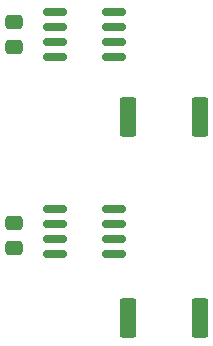
<source format=gtp>
G04 #@! TF.GenerationSoftware,KiCad,Pcbnew,8.0.6*
G04 #@! TF.CreationDate,2024-12-29T09:39:42-05:00*
G04 #@! TF.ProjectId,Beagley-ai-2CAN,42656167-6c65-4792-9d61-692d3243414e,rev?*
G04 #@! TF.SameCoordinates,Original*
G04 #@! TF.FileFunction,Paste,Top*
G04 #@! TF.FilePolarity,Positive*
%FSLAX46Y46*%
G04 Gerber Fmt 4.6, Leading zero omitted, Abs format (unit mm)*
G04 Created by KiCad (PCBNEW 8.0.6) date 2024-12-29 09:39:42*
%MOMM*%
%LPD*%
G01*
G04 APERTURE LIST*
G04 Aperture macros list*
%AMRoundRect*
0 Rectangle with rounded corners*
0 $1 Rounding radius*
0 $2 $3 $4 $5 $6 $7 $8 $9 X,Y pos of 4 corners*
0 Add a 4 corners polygon primitive as box body*
4,1,4,$2,$3,$4,$5,$6,$7,$8,$9,$2,$3,0*
0 Add four circle primitives for the rounded corners*
1,1,$1+$1,$2,$3*
1,1,$1+$1,$4,$5*
1,1,$1+$1,$6,$7*
1,1,$1+$1,$8,$9*
0 Add four rect primitives between the rounded corners*
20,1,$1+$1,$2,$3,$4,$5,0*
20,1,$1+$1,$4,$5,$6,$7,0*
20,1,$1+$1,$6,$7,$8,$9,0*
20,1,$1+$1,$8,$9,$2,$3,0*%
G04 Aperture macros list end*
%ADD10RoundRect,0.250000X0.475000X-0.337500X0.475000X0.337500X-0.475000X0.337500X-0.475000X-0.337500X0*%
%ADD11RoundRect,0.249999X0.450001X1.425001X-0.450001X1.425001X-0.450001X-1.425001X0.450001X-1.425001X0*%
%ADD12RoundRect,0.150000X-0.825000X-0.150000X0.825000X-0.150000X0.825000X0.150000X-0.825000X0.150000X0*%
G04 APERTURE END LIST*
D10*
X98600000Y-42587500D03*
X98600000Y-40512500D03*
D11*
X114400000Y-48550000D03*
X108300000Y-48550000D03*
D12*
X102125000Y-56295000D03*
X102125000Y-57565000D03*
X102125000Y-58835000D03*
X102125000Y-60105000D03*
X107075000Y-60105000D03*
X107075000Y-58835000D03*
X107075000Y-57565000D03*
X107075000Y-56295000D03*
D11*
X114400000Y-65550000D03*
X108300000Y-65550000D03*
D12*
X102125000Y-39645000D03*
X102125000Y-40915000D03*
X102125000Y-42185000D03*
X102125000Y-43455000D03*
X107075000Y-43455000D03*
X107075000Y-42185000D03*
X107075000Y-40915000D03*
X107075000Y-39645000D03*
D10*
X98600000Y-59587500D03*
X98600000Y-57512500D03*
M02*

</source>
